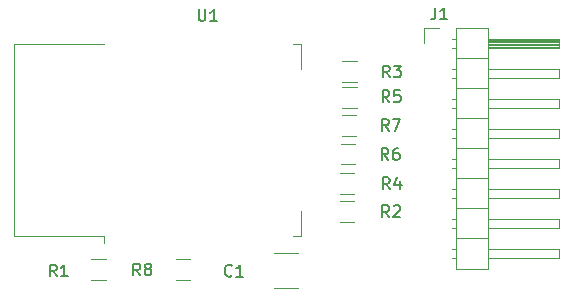
<source format=gbr>
G04 #@! TF.GenerationSoftware,KiCad,Pcbnew,(5.1.6)-1*
G04 #@! TF.CreationDate,2020-06-28T11:06:12-07:00*
G04 #@! TF.ProjectId,OGA_wifi,4f47415f-7769-4666-992e-6b696361645f,rev?*
G04 #@! TF.SameCoordinates,Original*
G04 #@! TF.FileFunction,Legend,Top*
G04 #@! TF.FilePolarity,Positive*
%FSLAX46Y46*%
G04 Gerber Fmt 4.6, Leading zero omitted, Abs format (unit mm)*
G04 Created by KiCad (PCBNEW (5.1.6)-1) date 2020-06-28 11:06:12*
%MOMM*%
%LPD*%
G01*
G04 APERTURE LIST*
%ADD10C,0.120000*%
%ADD11C,0.150000*%
G04 APERTURE END LIST*
D10*
X147604300Y-107902700D02*
X147604300Y-128342700D01*
X147604300Y-128342700D02*
X150264300Y-128342700D01*
X150264300Y-128342700D02*
X150264300Y-107902700D01*
X150264300Y-107902700D02*
X147604300Y-107902700D01*
X150264300Y-108852700D02*
X156264300Y-108852700D01*
X156264300Y-108852700D02*
X156264300Y-109612700D01*
X156264300Y-109612700D02*
X150264300Y-109612700D01*
X150264300Y-108912700D02*
X156264300Y-108912700D01*
X150264300Y-109032700D02*
X156264300Y-109032700D01*
X150264300Y-109152700D02*
X156264300Y-109152700D01*
X150264300Y-109272700D02*
X156264300Y-109272700D01*
X150264300Y-109392700D02*
X156264300Y-109392700D01*
X150264300Y-109512700D02*
X156264300Y-109512700D01*
X147274300Y-108852700D02*
X147604300Y-108852700D01*
X147274300Y-109612700D02*
X147604300Y-109612700D01*
X147604300Y-110502700D02*
X150264300Y-110502700D01*
X150264300Y-111392700D02*
X156264300Y-111392700D01*
X156264300Y-111392700D02*
X156264300Y-112152700D01*
X156264300Y-112152700D02*
X150264300Y-112152700D01*
X147207229Y-111392700D02*
X147604300Y-111392700D01*
X147207229Y-112152700D02*
X147604300Y-112152700D01*
X147604300Y-113042700D02*
X150264300Y-113042700D01*
X150264300Y-113932700D02*
X156264300Y-113932700D01*
X156264300Y-113932700D02*
X156264300Y-114692700D01*
X156264300Y-114692700D02*
X150264300Y-114692700D01*
X147207229Y-113932700D02*
X147604300Y-113932700D01*
X147207229Y-114692700D02*
X147604300Y-114692700D01*
X147604300Y-115582700D02*
X150264300Y-115582700D01*
X150264300Y-116472700D02*
X156264300Y-116472700D01*
X156264300Y-116472700D02*
X156264300Y-117232700D01*
X156264300Y-117232700D02*
X150264300Y-117232700D01*
X147207229Y-116472700D02*
X147604300Y-116472700D01*
X147207229Y-117232700D02*
X147604300Y-117232700D01*
X147604300Y-118122700D02*
X150264300Y-118122700D01*
X150264300Y-119012700D02*
X156264300Y-119012700D01*
X156264300Y-119012700D02*
X156264300Y-119772700D01*
X156264300Y-119772700D02*
X150264300Y-119772700D01*
X147207229Y-119012700D02*
X147604300Y-119012700D01*
X147207229Y-119772700D02*
X147604300Y-119772700D01*
X147604300Y-120662700D02*
X150264300Y-120662700D01*
X150264300Y-121552700D02*
X156264300Y-121552700D01*
X156264300Y-121552700D02*
X156264300Y-122312700D01*
X156264300Y-122312700D02*
X150264300Y-122312700D01*
X147207229Y-121552700D02*
X147604300Y-121552700D01*
X147207229Y-122312700D02*
X147604300Y-122312700D01*
X147604300Y-123202700D02*
X150264300Y-123202700D01*
X150264300Y-124092700D02*
X156264300Y-124092700D01*
X156264300Y-124092700D02*
X156264300Y-124852700D01*
X156264300Y-124852700D02*
X150264300Y-124852700D01*
X147207229Y-124092700D02*
X147604300Y-124092700D01*
X147207229Y-124852700D02*
X147604300Y-124852700D01*
X147604300Y-125742700D02*
X150264300Y-125742700D01*
X150264300Y-126632700D02*
X156264300Y-126632700D01*
X156264300Y-126632700D02*
X156264300Y-127392700D01*
X156264300Y-127392700D02*
X150264300Y-127392700D01*
X147207229Y-126632700D02*
X147604300Y-126632700D01*
X147207229Y-127392700D02*
X147604300Y-127392700D01*
X144894300Y-109232700D02*
X144894300Y-107962700D01*
X144894300Y-107962700D02*
X146164300Y-107962700D01*
X134165600Y-127005900D02*
X132165600Y-127005900D01*
X132165600Y-129965900D02*
X134165600Y-129965900D01*
X116706100Y-127529700D02*
X117906100Y-127529700D01*
X117906100Y-129289700D02*
X116706100Y-129289700D01*
X138950000Y-124380000D02*
X137750000Y-124380000D01*
X137750000Y-122620000D02*
X138950000Y-122620000D01*
X137950000Y-110720000D02*
X139150000Y-110720000D01*
X139150000Y-112480000D02*
X137950000Y-112480000D01*
X138950000Y-121980000D02*
X137750000Y-121980000D01*
X137750000Y-120220000D02*
X138950000Y-120220000D01*
X137950000Y-112920000D02*
X139150000Y-112920000D01*
X139150000Y-114680000D02*
X137950000Y-114680000D01*
X139050000Y-119480000D02*
X137850000Y-119480000D01*
X137850000Y-117720000D02*
X139050000Y-117720000D01*
X137900000Y-115320000D02*
X139100000Y-115320000D01*
X139100000Y-117080000D02*
X137900000Y-117080000D01*
X110180000Y-125520000D02*
X110180000Y-109280000D01*
X110180000Y-109280000D02*
X117800000Y-109280000D01*
X133800000Y-109280000D02*
X134420000Y-109280000D01*
X134420000Y-109280000D02*
X134420000Y-111400000D01*
X134420000Y-123400000D02*
X134420000Y-125520000D01*
X134420000Y-125520000D02*
X133800000Y-125520000D01*
X117800000Y-125520000D02*
X110180000Y-125520000D01*
X117800000Y-125520000D02*
X117800000Y-126130000D01*
X123825700Y-127529700D02*
X125025700Y-127529700D01*
X125025700Y-129289700D02*
X123825700Y-129289700D01*
D11*
X145828426Y-106198420D02*
X145828426Y-106912706D01*
X145780807Y-107055563D01*
X145685569Y-107150801D01*
X145542712Y-107198420D01*
X145447474Y-107198420D01*
X146828426Y-107198420D02*
X146256998Y-107198420D01*
X146542712Y-107198420D02*
X146542712Y-106198420D01*
X146447474Y-106341278D01*
X146352236Y-106436516D01*
X146256998Y-106484135D01*
X128598633Y-128881142D02*
X128551014Y-128928761D01*
X128408157Y-128976380D01*
X128312919Y-128976380D01*
X128170061Y-128928761D01*
X128074823Y-128833523D01*
X128027204Y-128738285D01*
X127979585Y-128547809D01*
X127979585Y-128404952D01*
X128027204Y-128214476D01*
X128074823Y-128119238D01*
X128170061Y-128024000D01*
X128312919Y-127976380D01*
X128408157Y-127976380D01*
X128551014Y-128024000D01*
X128598633Y-128071619D01*
X129551014Y-128976380D02*
X128979585Y-128976380D01*
X129265300Y-128976380D02*
X129265300Y-127976380D01*
X129170061Y-128119238D01*
X129074823Y-128214476D01*
X128979585Y-128262095D01*
X113752333Y-128963680D02*
X113419000Y-128487490D01*
X113180904Y-128963680D02*
X113180904Y-127963680D01*
X113561857Y-127963680D01*
X113657095Y-128011300D01*
X113704714Y-128058919D01*
X113752333Y-128154157D01*
X113752333Y-128297014D01*
X113704714Y-128392252D01*
X113657095Y-128439871D01*
X113561857Y-128487490D01*
X113180904Y-128487490D01*
X114704714Y-128963680D02*
X114133285Y-128963680D01*
X114419000Y-128963680D02*
X114419000Y-127963680D01*
X114323761Y-128106538D01*
X114228523Y-128201776D01*
X114133285Y-128249395D01*
X141908233Y-123947180D02*
X141574900Y-123470990D01*
X141336804Y-123947180D02*
X141336804Y-122947180D01*
X141717757Y-122947180D01*
X141812995Y-122994800D01*
X141860614Y-123042419D01*
X141908233Y-123137657D01*
X141908233Y-123280514D01*
X141860614Y-123375752D01*
X141812995Y-123423371D01*
X141717757Y-123470990D01*
X141336804Y-123470990D01*
X142289185Y-123042419D02*
X142336804Y-122994800D01*
X142432042Y-122947180D01*
X142670138Y-122947180D01*
X142765376Y-122994800D01*
X142812995Y-123042419D01*
X142860614Y-123137657D01*
X142860614Y-123232895D01*
X142812995Y-123375752D01*
X142241566Y-123947180D01*
X142860614Y-123947180D01*
X141959033Y-112110780D02*
X141625700Y-111634590D01*
X141387604Y-112110780D02*
X141387604Y-111110780D01*
X141768557Y-111110780D01*
X141863795Y-111158400D01*
X141911414Y-111206019D01*
X141959033Y-111301257D01*
X141959033Y-111444114D01*
X141911414Y-111539352D01*
X141863795Y-111586971D01*
X141768557Y-111634590D01*
X141387604Y-111634590D01*
X142292366Y-111110780D02*
X142911414Y-111110780D01*
X142578080Y-111491733D01*
X142720938Y-111491733D01*
X142816176Y-111539352D01*
X142863795Y-111586971D01*
X142911414Y-111682209D01*
X142911414Y-111920304D01*
X142863795Y-112015542D01*
X142816176Y-112063161D01*
X142720938Y-112110780D01*
X142435223Y-112110780D01*
X142339985Y-112063161D01*
X142292366Y-112015542D01*
X141959033Y-121584980D02*
X141625700Y-121108790D01*
X141387604Y-121584980D02*
X141387604Y-120584980D01*
X141768557Y-120584980D01*
X141863795Y-120632600D01*
X141911414Y-120680219D01*
X141959033Y-120775457D01*
X141959033Y-120918314D01*
X141911414Y-121013552D01*
X141863795Y-121061171D01*
X141768557Y-121108790D01*
X141387604Y-121108790D01*
X142816176Y-120918314D02*
X142816176Y-121584980D01*
X142578080Y-120537361D02*
X142339985Y-121251647D01*
X142959033Y-121251647D01*
X141920933Y-114218980D02*
X141587600Y-113742790D01*
X141349504Y-114218980D02*
X141349504Y-113218980D01*
X141730457Y-113218980D01*
X141825695Y-113266600D01*
X141873314Y-113314219D01*
X141920933Y-113409457D01*
X141920933Y-113552314D01*
X141873314Y-113647552D01*
X141825695Y-113695171D01*
X141730457Y-113742790D01*
X141349504Y-113742790D01*
X142825695Y-113218980D02*
X142349504Y-113218980D01*
X142301885Y-113695171D01*
X142349504Y-113647552D01*
X142444742Y-113599933D01*
X142682838Y-113599933D01*
X142778076Y-113647552D01*
X142825695Y-113695171D01*
X142873314Y-113790409D01*
X142873314Y-114028504D01*
X142825695Y-114123742D01*
X142778076Y-114171361D01*
X142682838Y-114218980D01*
X142444742Y-114218980D01*
X142349504Y-114171361D01*
X142301885Y-114123742D01*
X141844733Y-119108480D02*
X141511400Y-118632290D01*
X141273304Y-119108480D02*
X141273304Y-118108480D01*
X141654257Y-118108480D01*
X141749495Y-118156100D01*
X141797114Y-118203719D01*
X141844733Y-118298957D01*
X141844733Y-118441814D01*
X141797114Y-118537052D01*
X141749495Y-118584671D01*
X141654257Y-118632290D01*
X141273304Y-118632290D01*
X142701876Y-118108480D02*
X142511400Y-118108480D01*
X142416161Y-118156100D01*
X142368542Y-118203719D01*
X142273304Y-118346576D01*
X142225685Y-118537052D01*
X142225685Y-118918004D01*
X142273304Y-119013242D01*
X142320923Y-119060861D01*
X142416161Y-119108480D01*
X142606638Y-119108480D01*
X142701876Y-119060861D01*
X142749495Y-119013242D01*
X142797114Y-118918004D01*
X142797114Y-118679909D01*
X142749495Y-118584671D01*
X142701876Y-118537052D01*
X142606638Y-118489433D01*
X142416161Y-118489433D01*
X142320923Y-118537052D01*
X142273304Y-118584671D01*
X142225685Y-118679909D01*
X141870133Y-116644680D02*
X141536800Y-116168490D01*
X141298704Y-116644680D02*
X141298704Y-115644680D01*
X141679657Y-115644680D01*
X141774895Y-115692300D01*
X141822514Y-115739919D01*
X141870133Y-115835157D01*
X141870133Y-115978014D01*
X141822514Y-116073252D01*
X141774895Y-116120871D01*
X141679657Y-116168490D01*
X141298704Y-116168490D01*
X142203466Y-115644680D02*
X142870133Y-115644680D01*
X142441561Y-116644680D01*
X125775815Y-106335580D02*
X125775815Y-107145104D01*
X125823434Y-107240342D01*
X125871053Y-107287961D01*
X125966291Y-107335580D01*
X126156767Y-107335580D01*
X126252005Y-107287961D01*
X126299624Y-107240342D01*
X126347243Y-107145104D01*
X126347243Y-106335580D01*
X127347243Y-107335580D02*
X126775815Y-107335580D01*
X127061529Y-107335580D02*
X127061529Y-106335580D01*
X126966291Y-106478438D01*
X126871053Y-106573676D01*
X126775815Y-106621295D01*
X120826233Y-128874780D02*
X120492900Y-128398590D01*
X120254804Y-128874780D02*
X120254804Y-127874780D01*
X120635757Y-127874780D01*
X120730995Y-127922400D01*
X120778614Y-127970019D01*
X120826233Y-128065257D01*
X120826233Y-128208114D01*
X120778614Y-128303352D01*
X120730995Y-128350971D01*
X120635757Y-128398590D01*
X120254804Y-128398590D01*
X121397661Y-128303352D02*
X121302423Y-128255733D01*
X121254804Y-128208114D01*
X121207185Y-128112876D01*
X121207185Y-128065257D01*
X121254804Y-127970019D01*
X121302423Y-127922400D01*
X121397661Y-127874780D01*
X121588138Y-127874780D01*
X121683376Y-127922400D01*
X121730995Y-127970019D01*
X121778614Y-128065257D01*
X121778614Y-128112876D01*
X121730995Y-128208114D01*
X121683376Y-128255733D01*
X121588138Y-128303352D01*
X121397661Y-128303352D01*
X121302423Y-128350971D01*
X121254804Y-128398590D01*
X121207185Y-128493828D01*
X121207185Y-128684304D01*
X121254804Y-128779542D01*
X121302423Y-128827161D01*
X121397661Y-128874780D01*
X121588138Y-128874780D01*
X121683376Y-128827161D01*
X121730995Y-128779542D01*
X121778614Y-128684304D01*
X121778614Y-128493828D01*
X121730995Y-128398590D01*
X121683376Y-128350971D01*
X121588138Y-128303352D01*
M02*

</source>
